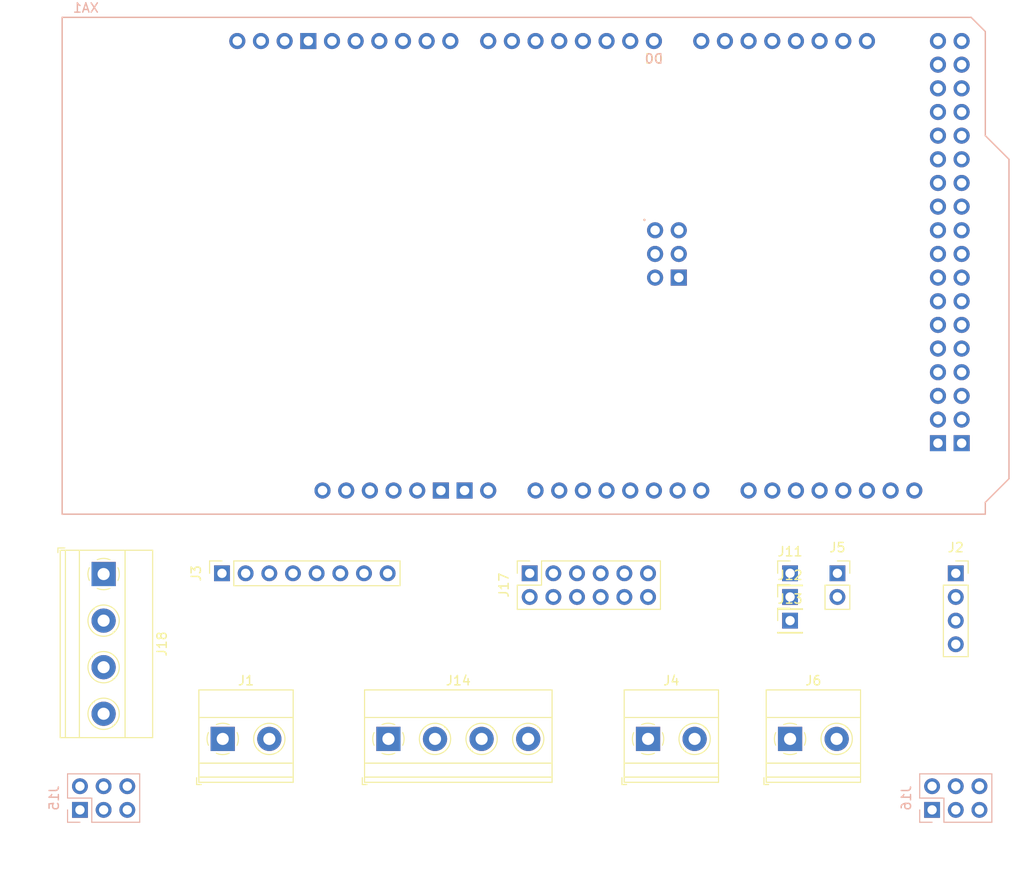
<source format=kicad_pcb>
(kicad_pcb (version 20221018) (generator pcbnew)
  (layers (0 "F.Cu" signal) (31 "B.Cu" signal) (34 "B.Paste" user) (35 "F.Paste" user) (36 "B.SilkS" user "B.Silkscreen") (37 "F.SilkS" user "F.Silkscreen") (38 "B.Mask" user) (39 "F.Mask" user) (44 "Edge.Cuts" user))
  (net 0 "")
  (net 1 "Net-(J4-Pin_1)")
  (net 2 "Net-(J4-Pin_2)")
  (net 3 "Net-(J6-Pin_1)")
  (net 4 "Net-(J6-Pin_2)")
  (net 6 "5V_Ard")
  (net 31 "ECHO_1")
  (net 32 "TRIG_1")
  (net 33 "Net-(J11-Pin_1)")
  (net 34 "ME2")
  (net 35 "ME1")
  (net 36 "MD2")
  (net 37 "MD1")
  (net 41 "LORA_TX")
  (net 42 "LORA_RX")
  (net 43 "A_SDA")
  (net 44 "A_SCL")
  (net 46 "ECHO_2")
  (net 47 "TRIG_2")
  (net 48 "ECHO_3")
  (net 49 "TRIG_3")
  (net 53 "Net-(J12-Pin_1)")
  (net 65 "Net-(J13-Pin_1)")
  (net 69 "Net-(J5-Pin_2)")
  (net 70 "Net-(J5-Pin_1)")
  (net 73 "Earth")
  (net 88 "5V_Sen")
  (net 94 "HC6_1")
  (net 95 "HC6_2")
  (net 96 "Net-(J18-Pin_1)")
  (net 97 "Net-(J18-Pin_2)")
  (net 98 "Net-(J18-Pin_3)")
  (net 99 "Net-(J18-Pin_4)")
  (footprint "TerminalBlock_Phoenix:TerminalBlock_Phoenix_MKDS-1,5-2_1x02_P5.00mm_Horizontal" (layer "F.Cu") (at 172.72 109.22)
    (fp_text reference "J4" (at 2.5 -6.26) (layer "F.SilkS"))
    (fp_text value "ENCO_SW_Esq")
    (fp_line (start -2.8 4.16) (end -2.8 4.9) (stroke (width 0.12)) (layer "F.SilkS"))
    (fp_line (start -2.8 4.9) (end -2.3 4.9) (stroke (width 0.12)) (layer "F.SilkS"))
    (fp_line (start -2.56 -5.261) (end -2.56 4.66) (stroke (width 0.12)) (layer "F.SilkS"))
    (fp_line (start -2.56 -5.261) (end 7.56 -5.261) (stroke (width 0.12)) (layer "F.SilkS"))
    (fp_line (start -2.56 -2.301) (end 7.56 -2.301) (stroke (width 0.12)) (layer "F.SilkS"))
    (fp_line (start -2.56 2.6) (end 7.56 2.6) (stroke (width 0.12)) (layer "F.SilkS"))
    (fp_line (start -2.56 4.1) (end 7.56 4.1) (stroke (width 0.12)) (layer "F.SilkS"))
    (fp_line (start -2.56 4.66) (end 7.56 4.66) (stroke (width 0.12)) (layer "F.SilkS"))
    (fp_line (start 3.773 1.023) (end 3.726 1.069) (stroke (width 0.12)) (layer "F.SilkS"))
    (fp_line (start 3.966 1.239) (end 3.931 1.274) (stroke (width 0.12)) (layer "F.SilkS"))
    (fp_line (start 6.07 -1.275) (end 6.035 -1.239) (stroke (width 0.12)) (layer "F.SilkS"))
    (fp_line (start 6.275 -1.069) (end 6.228 -1.023) (stroke (width 0.12)) (layer "F.SilkS"))
    (fp_line (start 7.56 -5.261) (end 7.56 4.66) (stroke (width 0.12)) (layer "F.SilkS"))
    (fp_arc (start -1.535427 0.683042) (mid -1.680501 -0.000524) (end -1.535 -0.684) (stroke (width 0.12)) (layer "F.SilkS"))
    (fp_arc (start -0.683042 -1.535427) (mid 0.000524 -1.680501) (end 0.684 -1.535) (stroke (width 0.12)) (layer "F.SilkS"))
    (fp_arc (start 0.028805 1.680253) (mid -0.335551 1.646659) (end -0.684 1.535) (stroke (width 0.12)) (layer "F.SilkS"))
    (fp_arc (start 0.683318 1.534756) (mid 0.349292 1.643288) (end 0 1.68) (stroke (width 0.12)) (layer "F.SilkS"))
    (fp_arc (start 1.535427 -0.683042) (mid 1.680501 0.000524) (end 1.535 0.684) (stroke (width 0.12)) (layer "F.SilkS"))
    (fp_circle (center 5 0) (end 6.68 0) (stroke (width 0.12)) (fill none) (layer "F.SilkS"))
    (pad "1" thru_hole rect (at 0 0) (size 2.6 2.6) (drill 1.3) (layers "*.Cu" "*.Mask") (net 1 "Net-(J4-Pin_1)"))
    (pad "2" thru_hole circle (at 5 0) (size 2.6 2.6) (drill 1.3) (layers "*.Cu" "*.Mask") (net 2 "Net-(J4-Pin_2)"))
  )
  (footprint "TerminalBlock_Phoenix:TerminalBlock_Phoenix_MKDS-1,5-4_1x04_P5.00mm_Horizontal" (layer "F.Cu") (at 144.86 109.22)
    (fp_text reference "J14" (at 7.5 -6.26) (layer "F.SilkS"))
    (fp_text value "Conector LORA")
    (fp_line (start -2.8 4.16) (end -2.8 4.9) (stroke (width 0.12)) (layer "F.SilkS"))
    (fp_line (start -2.8 4.9) (end -2.3 4.9) (stroke (width 0.12)) (layer "F.SilkS"))
    (fp_line (start -2.56 -5.261) (end -2.56 4.66) (stroke (width 0.12)) (layer "F.SilkS"))
    (fp_line (start -2.56 -5.261) (end 17.561 -5.261) (stroke (width 0.12)) (layer "F.SilkS"))
    (fp_line (start -2.56 -2.301) (end 17.561 -2.301) (stroke (width 0.12)) (layer "F.SilkS"))
    (fp_line (start -2.56 2.6) (end 17.561 2.6) (stroke (width 0.12)) (layer "F.SilkS"))
    (fp_line (start -2.56 4.1) (end 17.561 4.1) (stroke (width 0.12)) (layer "F.SilkS"))
    (fp_line (start -2.56 4.66) (end 17.561 4.66) (stroke (width 0.12)) (layer "F.SilkS"))
    (fp_line (start 3.773 1.023) (end 3.726 1.069) (stroke (width 0.12)) (layer "F.SilkS"))
    (fp_line (start 3.966 1.239) (end 3.931 1.274) (stroke (width 0.12)) (layer "F.SilkS"))
    (fp_line (start 6.07 -1.275) (end 6.035 -1.239) (stroke (width 0.12)) (layer "F.SilkS"))
    (fp_line (start 6.275 -1.069) (end 6.228 -1.023) (stroke (width 0.12)) (layer "F.SilkS"))
    (fp_line (start 8.773 1.023) (end 8.726 1.069) (stroke (width 0.12)) (layer "F.SilkS"))
    (fp_line (start 8.966 1.239) (end 8.931 1.274) (stroke (width 0.12)) (layer "F.SilkS"))
    (fp_line (start 11.07 -1.275) (end 11.035 -1.239) (stroke (width 0.12)) (layer "F.SilkS"))
    (fp_line (start 11.275 -1.069) (end 11.228 -1.023) (stroke (width 0.12)) (layer "F.SilkS"))
    (fp_line (start 13.773 1.023) (end 13.726 1.069) (stroke (width 0.12)) (layer "F.SilkS"))
    (fp_line (start 13.966 1.239) (end 13.931 1.274) (stroke (width 0.12)) (layer "F.SilkS"))
    (fp_line (start 16.07 -1.275) (end 16.035 -1.239) (stroke (width 0.12)) (layer "F.SilkS"))
    (fp_line (start 16.275 -1.069) (end 16.228 -1.023) (stroke (width 0.12)) (layer "F.SilkS"))
    (fp_line (start 17.561 -5.261) (end 17.561 4.66) (stroke (width 0.12)) (layer "F.SilkS"))
    (fp_arc (start -1.535427 0.683042) (mid -1.680501 -0.000524) (end -1.535 -0.684) (stroke (width 0.12)) (layer "F.SilkS"))
    (fp_arc (start -0.683042 -1.535427) (mid 0.000524 -1.680501) (end 0.684 -1.535) (stroke (width 0.12)) (layer "F.SilkS"))
    (fp_arc (start 0.028805 1.680253) (mid -0.335551 1.646659) (end -0.684 1.535) (stroke (width 0.12)) (layer "F.SilkS"))
    (fp_arc (start 0.683318 1.534756) (mid 0.349292 1.643288) (end 0 1.68) (stroke (width 0.12)) (layer "F.SilkS"))
    (fp_arc (start 1.535427 -0.683042) (mid 1.680501 0.000524) (end 1.535 0.684) (stroke (width 0.12)) (layer "F.SilkS"))
    (fp_circle (center 5 0) (end 6.68 0) (stroke (width 0.12)) (fill none) (layer "F.SilkS"))
    (fp_circle (center 10 0) (end 11.68 0) (stroke (width 0.12)) (fill none) (layer "F.SilkS"))
    (fp_circle (center 15 0) (end 16.68 0) (stroke (width 0.12)) (fill none) (layer "F.SilkS"))
    (pad "1" thru_hole rect (at 0 0) (size 2.6 2.6) (drill 1.3) (layers "*.Cu" "*.Mask") (net 88 "5V_Sen"))
    (pad "2" thru_hole circle (at 5 0) (size 2.6 2.6) (drill 1.3) (layers "*.Cu" "*.Mask") (net 41 "LORA_TX"))
    (pad "3" thru_hole circle (at 10 0) (size 2.6 2.6) (drill 1.3) (layers "*.Cu" "*.Mask") (net 42 "LORA_RX"))
    (pad "4" thru_hole circle (at 15 0) (size 2.6 2.6) (drill 1.3) (layers "*.Cu" "*.Mask") (net 73 "Earth"))
  )
  (footprint "TerminalBlock_Phoenix:TerminalBlock_Phoenix_MKDS-1,5-4_1x04_P5.00mm_Horizontal" (layer "F.Cu") (at 114.3 91.52 -90)
    (fp_text reference "J18" (at 7.5 -6.26 90) (layer "F.SilkS"))
    (fp_text value "LEDs")
    (fp_line (start -2.8 4.16) (end -2.8 4.9) (stroke (width 0.12)) (layer "F.SilkS"))
    (fp_line (start -2.8 4.9) (end -2.3 4.9) (stroke (width 0.12)) (layer "F.SilkS"))
    (fp_line (start -2.56 -5.261) (end -2.56 4.66) (stroke (width 0.12)) (layer "F.SilkS"))
    (fp_line (start -2.56 -5.261) (end 17.561 -5.261) (stroke (width 0.12)) (layer "F.SilkS"))
    (fp_line (start -2.56 -2.301) (end 17.561 -2.301) (stroke (width 0.12)) (layer "F.SilkS"))
    (fp_line (start -2.56 2.6) (end 17.561 2.6) (stroke (width 0.12)) (layer "F.SilkS"))
    (fp_line (start -2.56 4.1) (end 17.561 4.1) (stroke (width 0.12)) (layer "F.SilkS"))
    (fp_line (start -2.56 4.66) (end 17.561 4.66) (stroke (width 0.12)) (layer "F.SilkS"))
    (fp_line (start 3.773 1.023) (end 3.726 1.069) (stroke (width 0.12)) (layer "F.SilkS"))
    (fp_line (start 3.966 1.239) (end 3.931 1.274) (stroke (width 0.12)) (layer "F.SilkS"))
    (fp_line (start 6.07 -1.275) (end 6.035 -1.239) (stroke (width 0.12)) (layer "F.SilkS"))
    (fp_line (start 6.275 -1.069) (end 6.228 -1.023) (stroke (width 0.12)) (layer "F.SilkS"))
    (fp_line (start 8.773 1.023) (end 8.726 1.069) (stroke (width 0.12)) (layer "F.SilkS"))
    (fp_line (start 8.966 1.239) (end 8.931 1.274) (stroke (width 0.12)) (layer "F.SilkS"))
    (fp_line (start 11.07 -1.275) (end 11.035 -1.239) (stroke (width 0.12)) (layer "F.SilkS"))
    (fp_line (start 11.275 -1.069) (end 11.228 -1.023) (stroke (width 0.12)) (layer "F.SilkS"))
    (fp_line (start 13.773 1.023) (end 13.726 1.069) (stroke (width 0.12)) (layer "F.SilkS"))
    (fp_line (start 13.966 1.239) (end 13.931 1.274) (stroke (width 0.12)) (layer "F.SilkS"))
    (fp_line (start 16.07 -1.275) (end 16.035 -1.239) (stroke (width 0.12)) (layer "F.SilkS"))
    (fp_line (start 16.275 -1.069) (end 16.228 -1.023) (stroke (width 0.12)) (layer "F.SilkS"))
    (fp_line (start 17.561 -5.261) (end 17.561 4.66) (stroke (width 0.12)) (layer "F.SilkS"))
    (fp_arc (start -1.535427 0.683042) (mid -1.680501 -0.000524) (end -1.535 -0.684) (stroke (width 0.12)) (layer "F.SilkS"))
    (fp_arc (start -0.683042 -1.535427) (mid 0.000524 -1.680501) (end 0.684 -1.535) (stroke (width 0.12)) (layer "F.SilkS"))
    (fp_arc (start 0.028805 1.680253) (mid -0.335551 1.646659) (end -0.684 1.535) (stroke (width 0.12)) (layer "F.SilkS"))
    (fp_arc (start 0.683318 1.534756) (mid 0.349292 1.643288) (end 0 1.68) (stroke (width 0.12)) (layer "F.SilkS"))
    (fp_arc (start 1.535427 -0.683042) (mid 1.680501 0.000524) (end 1.535 0.684) (stroke (width 0.12)) (layer "F.SilkS"))
    (fp_circle (center 5 0) (end 6.68 0) (stroke (width 0.12)) (fill none) (layer "F.SilkS"))
    (fp_circle (center 10 0) (end 11.68 0) (stroke (width 0.12)) (fill none) (layer "F.SilkS"))
    (fp_circle (center 15 0) (end 16.68 0) (stroke (width 0.12)) (fill none) (layer "F.SilkS"))
    (pad "1" thru_hole rect (at 0 0 270) (size 2.6 2.6) (drill 1.3) (layers "*.Cu" "*.Mask") (net 96 "Net-(J18-Pin_1)"))
    (pad "2" thru_hole circle (at 5 0 270) (size 2.6 2.6) (drill 1.3) (layers "*.Cu" "*.Mask") (net 97 "Net-(J18-Pin_2)"))
    (pad "3" thru_hole circle (at 10 0 270) (size 2.6 2.6) (drill 1.3) (layers "*.Cu" "*.Mask") (net 98 "Net-(J18-Pin_3)"))
    (pad "4" thru_hole circle (at 15 0 270) (size 2.6 2.6) (drill 1.3) (layers "*.Cu" "*.Mask") (net 99 "Net-(J18-Pin_4)"))
  )
  (footprint "Connector_PinHeader_2.54mm:PinHeader_1x01_P2.54mm_Vertical" (layer "F.Cu") (at 187.96 93.98)
    (fp_text reference "J12" (at 0 -2.33) (layer "F.SilkS"))
    (fp_text value "IR1")
    (fp_line (start -1.33 -1.33) (end 0 -1.33) (stroke (width 0.12)) (layer "F.SilkS"))
    (fp_line (start -1.33 0) (end -1.33 -1.33) (stroke (width 0.12)) (layer "F.SilkS"))
    (fp_line (start -1.33 1.27) (end -1.33 1.33) (stroke (width 0.12)) (layer "F.SilkS"))
    (fp_line (start -1.33 1.27) (end 1.33 1.27) (stroke (width 0.12)) (layer "F.SilkS"))
    (fp_line (start -1.33 1.33) (end 1.33 1.33) (stroke (width 0.12)) (layer "F.SilkS"))
    (fp_line (start 1.33 1.27) (end 1.33 1.33) (stroke (width 0.12)) (layer "F.SilkS"))
    (pad "1" thru_hole rect (at 0 0) (size 1.7 1.7) (drill 1) (layers "*.Cu" "*.Mask") (net 53 "Net-(J12-Pin_1)"))
  )
  (footprint "PCM_arduino-library:Arduino_Mega2560_R3_Shield" (layer "F.Cu") (at 109.85 85.09)
    (fp_text reference "XA1" (at 2.54 -54.356) (layer "B.SilkS") (effects (justify mirror)))
    (fp_text value "Arduino_Mega2560_Shield_Mod")
    (fp_text user "D0" (at 63.5 -48.895 unlocked) (layer "B.SilkS") (effects (justify mirror)))
    (fp_text user "." (at 62.484 -32.004) (layer "B.SilkS"))
    (fp_text user "D0" (at 63.5 -48.895 unlocked) (layer "F.SilkS"))
    (fp_text user "." (at 62.484 -32.004) (layer "F.SilkS"))
    (fp_line (start 0 -53.34) (end 0 0) (stroke (width 0.15)) (layer "B.SilkS"))
    (fp_line (start 0 -53.34) (end 97.536 -53.34) (stroke (width 0.15)) (layer "B.SilkS"))
    (fp_line (start 0 0) (end 99.06 0) (stroke (width 0.15)) (layer "B.SilkS"))
    (fp_line (start 97.536 -53.34) (end 99.06 -51.816) (stroke (width 0.15)) (layer "B.SilkS"))
    (fp_line (start 99.06 -40.64) (end 99.06 -51.816) (stroke (width 0.15)) (layer "B.SilkS"))
    (fp_line (start 99.06 -1.27) (end 101.6 -3.81) (stroke (width 0.15)) (layer "B.SilkS"))
    (fp_line (start 99.06 0) (end 99.06 -1.27) (stroke (width 0.15)) (layer "B.SilkS"))
    (fp_line (start 101.6 -38.1) (end 99.06 -40.64) (stroke (width 0.15)) (layer "B.SilkS"))
    (fp_line (start 101.6 -3.81) (end 101.6 -38.1) (stroke (width 0.15)) (layer "B.SilkS"))
    (pad "" np_thru_hole circle (at 13.97 -2.54) (size 3.2 3.2) (drill 3.2) (layers "*.Cu" "*.Mask"))
    (pad "" np_thru_hole circle (at 15.24 -50.8) (size 3.2 3.2) (drill 3.2) (layers "*.Cu" "*.Mask"))
    (pad "" thru_hole oval (at 27.94 -2.54) (size 1.7272 1.7272) (drill 1.016) (layers "*.Cu" "*.Mask"))
    (pad "" np_thru_hole circle (at 66.04 -35.56) (size 3.2 3.2) (drill 3.2) (layers "*.Cu" "*.Mask"))
    (pad "" np_thru_hole circle (at 66.04 -7.62) (size 3.2 3.2) (drill 3.2) (layers "*.Cu" "*.Mask"))
    (pad "" np_thru_hole circle (at 90.17 -50.8) (size 3.2 3.2) (drill 3.2) (layers "*.Cu" "*.Mask"))
    (pad "" np_thru_hole circle (at 96.52 -2.54) (size 3.2 3.2) (drill 3.2) (layers "*.Cu" "*.Mask"))
    (pad "3V3" thru_hole oval (at 35.56 -2.54) (size 1.7272 1.7272) (drill 1.016) (layers "*.Cu" "*.Mask"))
    (pad "5V1" thru_hole oval (at 38.1 -2.54) (size 1.7272 1.7272) (drill 1.016) (layers "*.Cu" "*.Mask") (net 6 "5V_Ard"))
    (pad "5V2" thru_hole oval (at 66.167 -30.48) (size 1.7272 1.7272) (drill 1.016) (layers "*.Cu" "*.Mask"))
    (pad "5V3" thru_hole oval (at 93.98 -50.8) (size 1.7272 1.7272) (drill 1.016) (layers "*.Cu" "*.Mask"))
    (pad "5V4" thru_hole oval (at 96.52 -50.8) (size 1.7272 1.7272) (drill 1.016) (layers "*.Cu" "*.Mask"))
    (pad "A0" thru_hole oval (at 50.8 -2.54) (size 1.7272 1.7272) (drill 1.016) (layers "*.Cu" "*.Mask"))
    (pad "A1" thru_hole oval (at 53.34 -2.54) (size 1.7272 1.7272) (drill 1.016) (layers "*.Cu" "*.Mask"))
    (pad "A2" thru_hole oval (at 55.88 -2.54) (size 1.7272 1.7272) (drill 1.016) (layers "*.Cu" "*.Mask"))
    (pad "A3" thru_hole oval (at 58.42 -2.54) (size 1.7272 1.7272) (drill 1.016) (layers "*.Cu" "*.Mask"))
    (pad "A4" thru_hole oval (at 60.96 -2.54) (size 1.7272 1.7272) (drill 1.016) (layers "*.Cu" "*.Mask"))
    (pad "A5" thru_hole oval (at 63.5 -2.54) (size 1.7272 1.7272) (drill 1.016) (layers "*.Cu" "*.Mask"))
    (pad "A6" thru_hole oval (at 66.04 -2.54) (size 1.7272 1.7272) (drill 1.016) (layers "*.Cu" "*.Mask"))
    (pad "A7" thru_hole oval (at 68.58 -2.54) (size 1.7272 1.7272) (drill 1.016) (layers "*.Cu" "*.Mask"))
    (pad "A8" thru_hole oval (at 73.66 -2.54) (size 1.7272 1.7272) (drill 1.016) (layers "*.Cu" "*.Mask"))
    (pad "A9" thru_hole oval (at 76.2 -2.54) (size 1.7272 1.7272) (drill 1.016) (layers "*.Cu" "*.Mask"))
    (pad "A10" thru_hole oval (at 78.74 -2.54) (size 1.7272 1.7272) (drill 1.016) (layers "*.Cu" "*.Mask"))
    (pad "A11" thru_hole oval (at 81.28 -2.54) (size 1.7272 1.7272) (drill 1.016) (layers "*.Cu" "*.Mask"))
    (pad "A12" thru_hole oval (at 83.82 -2.54) (size 1.7272 1.7272) (drill 1.016) (layers "*.Cu" "*.Mask"))
    (pad "A13" thru_hole oval (at 86.36 -2.54) (size 1.7272 1.7272) (drill 1.016) (layers "*.Cu" "*.Mask"))
    (pad "A14" thru_hole oval (at 88.9 -2.54) (size 1.7272 1.7272) (drill 1.016) (layers "*.Cu" "*.Mask"))
    (pad "A15" thru_hole oval (at 91.44 -2.54) (size 1.7272 1.7272) (drill 1.016) (layers "*.Cu" "*.Mask"))
    (pad "AREF" thru_hole oval (at 23.876 -50.8) (size 1.7272 1.7272) (drill 1.016) (layers "*.Cu" "*.Mask"))
    (pad "D0" thru_hole oval (at 63.5 -50.8) (size 1.7272 1.7272) (drill 1.016) (layers "*.Cu" "*.Mask"))
    (pad "D1" thru_hole oval (at 60.96 -50.8) (size 1.7272 1.7272) (drill 1.016) (layers "*.Cu" "*.Mask"))
    (pad "D2" thru_hole oval (at 58.42 -50.8) (size 1.7272 1.7272) (drill 1.016) (layers "*.Cu" "*.Mask") (net 2 "Net-(J4-Pin_2)"))
    (pad "D3" thru_hole oval (at 55.88 -50.8) (size 1.7272 1.7272) (drill 1.016) (layers "*.Cu" "*.Mask") (net 1 "Net-(J4-Pin_1)"))
    (pad "D4" thru_hole oval (at 53.34 -50.8) (size 1.7272 1.7272) (drill 1.016) (layers "*.Cu" "*.Mask"))
    (pad "D5" thru_hole oval (at 50.8 -50.8) (size 1.7272 1.7272) (drill 1.016) (layers "*.Cu" "*.Mask"))
    (pad "D6" thru_hole oval (at 48.26 -50.8) (size 1.7272 1.7272) (drill 1.016) (layers "*.Cu" "*.Mask") (net 31 "ECHO_1"))
    (pad "D7" thru_hole oval (at 45.72 -50.8) (size 1.7272 1.7272) (drill 1.016) (layers "*.Cu" "*.Mask") (net 32 "TRIG_1"))
    (pad "D8" thru_hole oval (at 41.656 -50.8) (size 1.7272 1.7272) (drill 1.016) (layers "*.Cu" "*.Mask") (net 33 "Net-(J11-Pin_1)"))
    (pad "D9" thru_hole oval (at 39.116 -50.8) (size 1.7272 1.7272) (drill 1.016) (layers "*.Cu" "*.Mask") (net 34 "ME2"))
    (pad "D10" thru_hole oval (at 36.576 -50.8) (size 1.7272 1.7272) (drill 1.016) (layers "*.Cu" "*.Mask") (net 35 "ME1"))
    (pad "D11" thru_hole oval (at 34.036 -50.8) (size 1.7272 1.7272) (drill 1.016) (layers "*.Cu" "*.Mask") (net 36 "MD2"))
    (pad "D12" thru_hole oval (at 31.496 -50.8) (size 1.7272 1.7272) (drill 1.016) (layers "*.Cu" "*.Mask") (net 37 "MD1"))
    (pad "D13" thru_hole oval (at 28.956 -50.8) (size 1.7272 1.7272) (drill 1.016) (layers "*.Cu" "*.Mask"))
    (pad "D14" thru_hole oval (at 68.58 -50.8) (size 1.7272 1.7272) (drill 1.016) (layers "*.Cu" "*.Mask"))
    (pad "D15" thru_hole oval (at 71.12 -50.8) (size 1.7272 1.7272) (drill 1.016) (layers "*.Cu" "*.Mask"))
    (pad "D16" thru_hole oval (at 73.66 -50.8) (size 1.7272 1.7272) (drill 1.016) (layers "*.Cu" "*.Mask") (net 41 "LORA_TX"))
    (pad "D17" thru_hole oval (at 76.2 -50.8) (size 1.7272 1.7272) (drill 1.016) (layers "*.Cu" "*.Mask") (net 42 "LORA_RX"))
    (pad "D18" thru_hole oval (at 78.74 -50.8) (size 1.7272 1.7272) (drill 1.016) (layers "*.Cu" "*.Mask") (net 4 "Net-(J6-Pin_2)"))
    (pad "D19" thru_hole oval (at 81.28 -50.8) (size 1.7272 1.7272) (drill 1.016) (layers "*.Cu" "*.Mask") (net 3 "Net-(J6-Pin_1)"))
    (pad "D20" thru_hole oval (at 83.82 -50.8) (size 1.7272 1.7272) (drill 1.016) (layers "*.Cu" "*.Mask") (net 43 "A_SDA"))
    (pad "D21" thru_hole oval (at 86.36 -50.8) (size 1.7272 1.7272) (drill 1.016) (layers "*.Cu" "*.Mask") (net 44 "A_SCL"))
    (pad "D22" thru_hole oval (at 93.98 -48.26) (size 1.7272 1.7272) (drill 1.016) (layers "*.Cu" "*.Mask"))
    (pad "D23" thru_hole oval (at 96.52 -48.26) (size 1.7272 1.7272) (drill 1.016) (layers "*.Cu" "*.Mask") (net 46 "ECHO_2"))
    (pad "D24" thru_hole oval (at 93.98 -45.72) (size 1.7272 1.7272) (drill 1.016) (layers "*.Cu" "*.Mask") (net 47 "TRIG_2"))
    (pad "D25" thru_hole oval (at 96.52 -45.72) (size 1.7272 1.7272) (drill 1.016) (layers "*.Cu" "*.Mask") (net 48 "ECHO_3"))
    (pad "D26" thru_hole oval (at 93.98 -43.18) (size 1.7272 1.7272) (drill 1.016) (layers "*.Cu" "*.Mask") (net 49 "TRIG_3"))
    (pad "D27" thru_hole oval (at 96.52 -43.18) (size 1.7272 1.7272) (drill 1.016) (layers "*.Cu" "*.Mask"))
    (pad "D28" thru_hole oval (at 93.98 -40.64) (size 1.7272 1.7272) (drill 1.016) (layers "*.Cu" "*.Mask"))
    (pad "D29" thru_hole oval (at 96.52 -40.64) (size 1.7272 1.7272) (drill 1.016) (layers "*.Cu" "*.Mask"))
    (pad "D30" thru_hole oval (at 93.98 -38.1) (size 1.7272 1.7272) (drill 1.016) (layers "*.Cu" "*.Mask") (net 53 "Net-(J12-Pin_1)"))
    (pad "D31" thru_hole oval (at 96.52 -38.1) (size 1.7272 1.7272) (drill 1.016) (layers "*.Cu" "*.Mask"))
    (pad "D32" thru_hole oval (at 93.98 -35.56) (size 1.7272 1.7272) (drill 1.016) (layers "*.Cu" "*.Mask") (net 99 "Net-(J18-Pin_4)"))
    (pad "D33" thru_hole oval (at 96.52 -35.56) (size 1.7272 1.7272) (drill 1.016) (layers "*.Cu" "*.Mask") (net 98 "Net-(J18-Pin_3)"))
    (pad "D34" thru_hole oval (at 93.98 -33.02) (size 1.7272 1.7272) (drill 1.016) (layers "*.Cu" "*.Mask") (net 97 "Net-(J18-Pin_2)"))
    (pad "D35" thru_hole oval (at 96.52 -33.02) (size 1.7272 1.7272) (drill 1.016) (layers "*.Cu" "*.Mask") (net 96 "Net-(J18-Pin_1)"))
    (pad "D36" thru_hole oval (at 93.98 -30.48) (size 1.7272 1.7272) (drill 1.016) (layers "*.Cu" "*.Mask"))
    (pad "D37" thru_hole oval (at 96.52 -30.48) (size 1.7272 1.7272) (drill 1.016) (layers "*.Cu" "*.Mask"))
    (pad "D38" thru_hole oval (at 93.98 -27.94) (size 1.7272 1.7272) (drill 1.016) (layers "*.Cu" "*.Mask"))
    (pad "D39" thru_hole oval (at 96.52 -27.94) (size 1.7272 1.7272) (drill 1.016) (layers "*.Cu" "*.Mask"))
    (pad "D40" thru_hole oval (at 93.98 -25.4) (size 1.7272 1.7272) (drill 1.016) (layers "*.Cu" "*.Mask"))
    (pad "D41" thru_hole oval (at 96.52 -25.4) (size 1.7272 1.7272) (drill 1.016) (layers "*.Cu" "*.Mask"))
    (pad "D42" thru_hole oval (at 93.98 -22.86) (size 1.7272 1.7272) (drill 1.016) (layers "*.Cu" "*.Mask"))
    (pad "D43" thru_hole oval (at 96.52 -22.86) (size 1.7272 1.7272) (drill 1.016) (layers "*.Cu" "*.Mask"))
    (pad "D44" thru_hole oval (at 93.98 -20.32) (size 1.7272 1.7272) (drill 1.016) (layers "*.Cu" "*.Mask"))
    (pad "D45" thru_hole oval (at 96.52 -20.32) (size 1.7272 1.7272) (drill 1.016) (layers "*.Cu" "*.Mask"))
    (pad "D46" thru_hole oval (at 93.98 -17.78) (size 1.7272 1.7272) (drill 1.016) (layers "*.Cu" "*.Mask") (net 65 "Net-(J13-Pin_1)"))
    (pad "D47" thru_hole oval (at 96.52 -17.78) (size 1.7272 1.7272) (drill 1.016) (layers "*.Cu" "*.Mask"))
    (pad "D48" thru_hole oval (at 93.98 -15.24) (size 1.7272 1.7272) (drill 1.016) (layers "*.Cu" "*.Mask"))
    (pad "D49" thru_hole oval (at 96.52 -15.24) (size 1.7272 1.7272) (drill 1.016) (layers "*.Cu" "*.Mask"))
    (pad "D50" thru_hole oval (at 93.98 -12.7) (size 1.7272 1.7272) (drill 1.016) (layers "*.Cu" "*.Mask") (net 69 "Net-(J5-Pin_2)"))
    (pad "D51" thru_hole oval (at 96.52 -12.7) (size 1.7272 1.7272) (drill 1.016) (layers "*.Cu" "*.Mask") (net 70 "Net-(J5-Pin_1)"))
    (pad "D52" thru_hole oval (at 93.98 -10.16) (size 1.7272 1.7272) (drill 1.016) (layers "*.Cu" "*.Mask"))
    (pad "D53" thru_hole oval (at 96.52 -10.16) (size 1.7272 1.7272) (drill 1.016) (layers "*.Cu" "*.Mask"))
    (pad "GND1" thru_hole rect (at 26.416 -50.8) (size 1.7272 1.7272) (drill 1.016) (layers "*.Cu" "*.Mask") (net 73 "Earth"))
    (pad "GND2" thru_hole rect (at 40.64 -2.54) (size 1.7272 1.7272) (drill 1.016) (layers "*.Cu" "*.Mask"))
    (pad "GND3" thru_hole rect (at 43.18 -2.54) (size 1.7272 1.7272) (drill 1.016) (layers "*.Cu" "*.Mask"))
    (pad "GND4" thru_hole rect (at 66.167 -25.4) (size 1.7272 1.7272) (drill 1.016) (layers "*.Cu" "*.Mask"))
    (pad "GND5" thru_hole rect (at 93.98 -7.62) (size 1.7272 1.7272) (drill 1.016) (layers "*.Cu" "*.Mask"))
    (pad "GND6" thru_hole rect (at 96.52 -7.62) (size 1.7272 1.7272) (drill 1.016) (layers "*.Cu" "*.Mask"))
    (pad "IORF" thru_hole oval (at 30.48 -2.54) (size 1.7272 1.7272) (drill 1.016) (layers "*.Cu" "*.Mask"))
    (pad "MISO" thru_hole oval (at 63.627 -30.48) (size 1.7272 1.7272) (drill 1.016) (layers "*.Cu" "*.Mask"))
    (pad "MOSI" thru_hole oval (at 66.167 -27.94) (size 1.7272 1.7272) (drill 1.016) (layers "*.Cu" "*.Mask"))
    (pad "RST1" thru_hole oval (at 33.02 -2.54) (size 1.7272 1.7272) (drill 1.016) (layers "*.Cu" "*.Mask"))
    (pad "RST2" thru_hole oval (at 63.627 -25.4) (size 1.7272 1.7272) (drill 1.016) (layers "*.Cu" "*.Mask"))
    (pad "SCK" thru_hole oval (at 63.627 -27.94) (size 1.7272 1.7272) (drill 1.016) (layers "*.Cu" "*.Mask"))
    (pad "SCL" thru_hole oval (at 18.796 -50.8) (size 1.7272 1.7272) (drill 1.016) (layers "*.Cu" "*.Mask"))
    (pad "SDA" thru_hole oval (at 21.336 -50.8) (size 1.7272 1.7272) (drill 1.016) (layers "*.Cu" "*.Mask"))
    (pad "VIN" thru_hole oval (at 45.72 -2.54) (size 1.7272 1.7272) (drill 1.016) (layers "*.Cu" "*.Mask"))
  )
  (footprint "Connector_PinSocket_2.54mm:PinSocket_2x06_P2.54mm_Vertical" (layer "F.Cu") (at 160.02 91.44 90)
    (fp_text reference "J17" (at -1.27 -2.77 90) (layer "F.SilkS"))
    (fp_text value "Conector ultrassonico")
    (fp_line (start -3.87 -1.33) (end -3.87 14.03) (stroke (width 0.12)) (layer "F.SilkS"))
    (fp_line (start -3.87 -1.33) (end -1.27 -1.33) (stroke (width 0.12)) (layer "F.SilkS"))
    (fp_line (start -3.87 14.03) (end 1.33 14.03) (stroke (width 0.12)) (layer "F.SilkS"))
    (fp_line (start -1.27 -1.33) (end -1.27 1.27) (stroke (width 0.12)) (layer "F.SilkS"))
    (fp_line (start -1.27 1.27) (end 1.33 1.27) (stroke (width 0.12)) (layer "F.SilkS"))
    (fp_line (start 0 -1.33) (end 1.33 -1.33) (stroke (width 0.12)) (layer "F.SilkS"))
    (fp_line (start 1.33 -1.33) (end 1.33 0) (stroke (width 0.12)) (layer "F.SilkS"))
    (fp_line (start 1.33 1.27) (end 1.33 14.03) (stroke (width 0.12)) (layer "F.SilkS"))
    (pad "1" thru_hole rect (at 0 0 90) (size 1.7 1.7) (drill 1) (layers "*.Cu" "*.Mask") (net 88 "5V_Sen"))
    (pad "2" thru_hole oval (at -2.54 0 90) (size 1.7 1.7) (drill 1) (layers "*.Cu" "*.Mask") (net 31 "ECHO_1"))
    (pad "3" thru_hole oval (at 0 2.54 90) (size 1.7 1.7) (drill 1) (layers "*.Cu" "*.Mask") (net 32 "TRIG_1"))
    (pad "4" thru_hole oval (at -2.54 2.54 90) (size 1.7 1.7) (drill 1) (layers "*.Cu" "*.Mask") (net 73 "Earth"))
    (pad "5" thru_hole oval (at 0 5.08 90) (size 1.7 1.7) (drill 1) (layers "*.Cu" "*.Mask") (net 88 "5V_Sen"))
    (pad "6" thru_hole oval (at -2.54 5.08 90) (size 1.7 1.7) (drill 1) (layers "*.Cu" "*.Mask") (net 46 "ECHO_2"))
    (pad "7" thru_hole oval (at 0 7.62 90) (size 1.7 1.7) (drill 1) (layers "*.Cu" "*.Mask") (net 47 "TRIG_2"))
    (pad "8" thru_hole oval (at -2.54 7.62 90) (size 1.7 1.7) (drill 1) (layers "*.Cu" "*.Mask") (net 73 "Earth"))
    (pad "9" thru_hole oval (at 0 10.16 90) (size 1.7 1.7) (drill 1) (layers "*.Cu" "*.Mask") (net 88 "5V_Sen"))
    (pad "10" thru_hole oval (at -2.54 10.16 90) (size 1.7 1.7) (drill 1) (layers "*.Cu" "*.Mask") (net 48 "ECHO_3"))
    (pad "11" thru_hole oval (at 0 12.7 90) (size 1.7 1.7) (drill 1) (layers "*.Cu" "*.Mask") (net 49 "TRIG_3"))
    (pad "12" thru_hole oval (at -2.54 12.7 90) (size 1.7 1.7) (drill 1) (layers "*.Cu" "*.Mask") (net 73 "Earth"))
  )
  (footprint "Connector_PinSocket_2.54mm:PinSocket_1x08_P2.54mm_Vertical" (layer "F.Cu") (at 127 91.44 90)
    (fp_text reference "J3" (at 0 -2.77 90) (layer "F.SilkS"))
    (fp_text value "Conector Acelerometro")
    (fp_line (start -1.33 1.27) (end -1.33 19.11) (stroke (width 0.12)) (layer "F.SilkS"))
    (fp_line (start -1.33 1.27) (end 1.33 1.27) (stroke (width 0.12)) (layer "F.SilkS"))
    (fp_line (start -1.33 19.11) (end 1.33 19.11) (stroke (width 0.12)) (layer "F.SilkS"))
    (fp_line (start 0 -1.33) (end 1.33 -1.33) (stroke (width 0.12)) (layer "F.SilkS"))
    (fp_line (start 1.33 -1.33) (end 1.33 0) (stroke (width 0.12)) (layer "F.SilkS"))
    (fp_line (start 1.33 1.27) (end 1.33 19.11) (stroke (width 0.12)) (layer "F.SilkS"))
    (pad "1" thru_hole rect (at 0 0 90) (size 1.7 1.7) (drill 1) (layers "*.Cu" "*.Mask") (net 44 "A_SCL"))
    (pad "2" thru_hole oval (at 0 2.54 90) (size 1.7 1.7) (drill 1) (layers "*.Cu" "*.Mask") (net 43 "A_SDA"))
    (pad "3" thru_hole oval (at 0 5.08 90) (size 1.7 1.7) (drill 1) (layers "*.Cu" "*.Mask") (net 88 "5V_Sen"))
    (pad "4" thru_hole oval (at 0 7.62 90) (size 1.7 1.7) (drill 1) (layers "*.Cu" "*.Mask") (net 73 "Earth"))
    (pad "5" thru_hole oval (at 0 10.16 90) (size 1.7 1.7) (drill 1) (layers "*.Cu" "*.Mask"))
    (pad "6" thru_hole oval (at 0 12.7 90) (size 1.7 1.7) (drill 1) (layers "*.Cu" "*.Mask"))
    (pad "7" thru_hole oval (at 0 15.24 90) (size 1.7 1.7) (drill 1) (layers "*.Cu" "*.Mask"))
    (pad "8" thru_hole oval (at 0 17.78 90) (size 1.7 1.7) (drill 1) (layers "*.Cu" "*.Mask"))
  )
  (footprint "Connector_PinHeader_2.54mm:PinHeader_1x01_P2.54mm_Vertical" (layer "F.Cu") (at 187.96 91.44)
    (fp_text reference "J11" (at 0 -2.33) (layer "F.SilkS"))
    (fp_text value "Servo")
    (fp_line (start -1.33 -1.33) (end 0 -1.33) (stroke (width 0.12)) (layer "F.SilkS"))
    (fp_line (start -1.33 0) (end -1.33 -1.33) (stroke (width 0.12)) (layer "F.SilkS"))
    (fp_line (start -1.33 1.27) (end -1.33 1.33) (stroke (width 0.12)) (layer "F.SilkS"))
    (fp_line (start -1.33 1.27) (end 1.33 1.27) (stroke (width 0.12)) (layer "F.SilkS"))
    (fp_line (start -1.33 1.33) (end 1.33 1.33) (stroke (width 0.12)) (layer "F.SilkS"))
    (fp_line (start 1.33 1.27) (end 1.33 1.33) (stroke (width 0.12)) (layer "F.SilkS"))
    (pad "1" thru_hole rect (at 0 0) (size 1.7 1.7) (drill 1) (layers "*.Cu" "*.Mask") (net 33 "Net-(J11-Pin_1)"))
  )
  (footprint "Connector_PinHeader_2.54mm:PinHeader_1x01_P2.54mm_Vertical" (layer "F.Cu") (at 187.96 96.52)
    (fp_text reference "J13" (at 0 -2.33) (layer "F.SilkS"))
    (fp_text value "IR2")
    (fp_line (start -1.33 -1.33) (end 0 -1.33) (stroke (width 0.12)) (layer "F.SilkS"))
    (fp_line (start -1.33 0) (end -1.33 -1.33) (stroke (width 0.12)) (layer "F.SilkS"))
    (fp_line (start -1.33 1.27) (end -1.33 1.33) (stroke (width 0.12)) (layer "F.SilkS"))
    (fp_line (start -1.33 1.27) (end 1.33 1.27) (stroke (width 0.12)) (layer "F.SilkS"))
    (fp_line (start -1.33 1.33) (end 1.33 1.33) (stroke (width 0.12)) (layer "F.SilkS"))
    (fp_line (start 1.33 1.27) (end 1.33 1.33) (stroke (width 0.12)) (layer "F.SilkS"))
    (pad "1" thru_hole rect (at 0 0) (size 1.7 1.7) (drill 1) (layers "*.Cu" "*.Mask") (net 65 "Net-(J13-Pin_1)"))
  )
  (footprint "TerminalBlock_Phoenix:TerminalBlock_Phoenix_MKDS-1,5-2_1x02_P5.00mm_Horizontal" (layer "F.Cu") (at 127.08 109.22)
    (fp_text reference "J1" (at 2.5 -6.26) (layer "F.SilkS"))
    (fp_text value "Conector alimentacao servo")
    (fp_line (start -2.8 4.16) (end -2.8 4.9) (stroke (width 0.12)) (layer "F.SilkS"))
    (fp_line (start -2.8 4.9) (end -2.3 4.9) (stroke (width 0.12)) (layer "F.SilkS"))
    (fp_line (start -2.56 -5.261) (end -2.56 4.66) (stroke (width 0.12)) (layer "F.SilkS"))
    (fp_line (start -2.56 -5.261) (end 7.56 -5.261) (stroke (width 0.12)) (layer "F.SilkS"))
    (fp_line (start -2.56 -2.301) (end 7.56 -2.301) (stroke (width 0.12)) (layer "F.SilkS"))
    (fp_line (start -2.56 2.6) (end 7.56 2.6) (stroke (width 0.12)) (layer "F.SilkS"))
    (fp_line (start -2.56 4.1) (end 7.56 4.1) (stroke (width 0.12)) (layer "F.SilkS"))
    (fp_line (start -2.56 4.66) (end 7.56 4.66) (stroke (width 0.12)) (layer "F.SilkS"))
    (fp_line (start 3.773 1.023) (end 3.726 1.069) (stroke (width 0.12)) (layer "F.SilkS"))
    (fp_line (start 3.966 1.239) (end 3.931 1.274) (stroke (width 0.12)) (layer "F.SilkS"))
    (fp_line (start 6.07 -1.275) (end 6.035 -1.239) (stroke (width 0.12)) (layer "F.SilkS"))
    (fp_line (start 6.275 -1.069) (end 6.228 -1.023) (stroke (width 0.12)) (layer "F.SilkS"))
    (fp_line (start 7.56 -5.261) (end 7.56 4.66) (stroke (width 0.12)) (layer "F.SilkS"))
    (fp_arc (start -1.535427 0.683042) (mid -1.680501 -0.000524) (end -1.535 -0.684) (stroke (width 0.12)) (layer "F.SilkS"))
    (fp_arc (start -0.683042 -1.535427) (mid 0.000524 -1.680501) (end 0.684 -1.535) (stroke (width 0.12)) (layer "F.SilkS"))
    (fp_arc (start 0.028805 1.680253) (mid -0.335551 1.646659) (end -0.684 1.535) (stroke (width 0.12)) (layer "F.SilkS"))
    (fp_arc (start 0.683318 1.534756) (mid 0.349292 1.643288) (end 0 1.68) (stroke (width 0.12)) (layer "F.SilkS"))
    (fp_arc (start 1.535427 -0.683042) (mid 1.680501 0.000524) (end 1.535 0.684) (stroke (width 0.12)) (layer "F.SilkS"))
    (fp_circle (center 5 0) (end 6.68 0) (stroke (width 0.12)) (fill none) (layer "F.SilkS"))
    (pad "1" thru_hole rect (at 0 0) (size 2.6 2.6) (drill 1.3) (layers "*.Cu" "*.Mask") (net 88 "5V_Sen"))
    (pad "2" thru_hole circle (at 5 0) (size 2.6 2.6) (drill 1.3) (layers "*.Cu" "*.Mask") (net 73 "Earth"))
  )
  (footprint "Connector_PinSocket_2.54mm:PinSocket_1x02_P2.54mm_Vertical" (layer "F.Cu") (at 193.04 91.44)
    (fp_text reference "J5" (at 0 -2.77) (layer "F.SilkS"))
    (fp_text value "HC6")
    (fp_line (start -1.33 1.27) (end -1.33 3.87) (stroke (width 0.12)) (layer "F.SilkS"))
    (fp_line (start -1.33 1.27) (end 1.33 1.27) (stroke (width 0.12)) (layer "F.SilkS"))
    (fp_line (start -1.33 3.87) (end 1.33 3.87) (stroke (width 0.12)) (layer "F.SilkS"))
    (fp_line (start 0 -1.33) (end 1.33 -1.33) (stroke (width 0.12)) (layer "F.SilkS"))
    (fp_line (start 1.33 -1.33) (end 1.33 0) (stroke (width 0.12)) (layer "F.SilkS"))
    (fp_line (start 1.33 1.27) (end 1.33 3.87) (stroke (width 0.12)) (layer "F.SilkS"))
    (pad "1" thru_hole rect (at 0 0) (size 1.7 1.7) (drill 1) (layers "*.Cu" "*.Mask") (net 70 "Net-(J5-Pin_1)"))
    (pad "2" thru_hole oval (at 0 2.54) (size 1.7 1.7) (drill 1) (layers "*.Cu" "*.Mask") (net 69 "Net-(J5-Pin_2)"))
  )
  (footprint "TerminalBlock_Phoenix:TerminalBlock_Phoenix_MKDS-1,5-2_1x02_P5.00mm_Horizontal" (layer "F.Cu") (at 187.96 109.22)
    (fp_text reference "J6" (at 2.5 -6.26) (layer "F.SilkS"))
    (fp_text value "ENCO_SW_Dir")
    (fp_line (start -2.8 4.16) (end -2.8 4.9) (stroke (width 0.12)) (layer "F.SilkS"))
    (fp_line (start -2.8 4.9) (end -2.3 4.9) (stroke (width 0.12)) (layer "F.SilkS"))
    (fp_line (start -2.56 -5.261) (end -2.56 4.66) (stroke (width 0.12)) (layer "F.SilkS"))
    (fp_line (start -2.56 -5.261) (end 7.56 -5.261) (stroke (width 0.12)) (layer "F.SilkS"))
    (fp_line (start -2.56 -2.301) (end 7.56 -2.301) (stroke (width 0.12)) (layer "F.SilkS"))
    (fp_line (start -2.56 2.6) (end 7.56 2.6) (stroke (width 0.12)) (layer "F.SilkS"))
    (fp_line (start -2.56 4.1) (end 7.56 4.1) (stroke (width 0.12)) (layer "F.SilkS"))
    (fp_line (start -2.56 4.66) (end 7.56 4.66) (stroke (width 0.12)) (layer "F.SilkS"))
    (fp_line (start 3.773 1.023) (end 3.726 1.069) (stroke (width 0.12)) (layer "F.SilkS"))
    (fp_line (start 3.966 1.239) (end 3.931 1.274) (stroke (width 0.12)) (layer "F.SilkS"))
    (fp_line (start 6.07 -1.275) (end 6.035 -1.239) (stroke (width 0.12)) (layer "F.SilkS"))
    (fp_line (start 6.275 -1.069) (end 6.228 -1.023) (stroke (width 0.12)) (layer "F.SilkS"))
    (fp_line (start 7.56 -5.261) (end 7.56 4.66) (stroke (width 0.12)) (layer "F.SilkS"))
    (fp_arc (start -1.535427 0.683042) (mid -1.680501 -0.000524) (end -1.535 -0.684) (stroke (width 0.12)) (layer "F.SilkS"))
    (fp_arc (start -0.683042 -1.535427) (mid 0.000524 -1.680501) (end 0.684 -1.535) (stroke (width 0.12)) (layer "F.SilkS"))
    (fp_arc (start 0.028805 1.680253) (mid -0.335551 1.646659) (end -0.684 1.535) (stroke (width 0.12)) (layer "F.SilkS"))
    (fp_arc (start 0.683318 1.534756) (mid 0.349292 1.643288) (end 0 1.68) (stroke (width 0.12)) (layer "F.SilkS"))
    (fp_arc (start 1.535427 -0.683042) (mid 1.680501 0.000524) (end 1.535 0.684) (stroke (width 0.12)) (layer "F.SilkS"))
    (fp_circle (center 5 0) (end 6.68 0) (stroke (width 0.12)) (fill none) (layer "F.SilkS"))
    (pad "1" thru_hole rect (at 0 0) (size 2.6 2.6) (drill 1.3) (layers "*.Cu" "*.Mask") (net 3 "Net-(J6-Pin_1)"))
    (pad "2" thru_hole circle (at 5 0) (size 2.6 2.6) (drill 1.3) (layers "*.Cu" "*.Mask") (net 4 "Net-(J6-Pin_2)"))
  )
  (footprint "Connector_PinSocket_2.54mm:PinSocket_1x04_P2.54mm_Vertical" (layer "F.Cu") (at 205.74 91.44)
    (fp_text reference "J2" (at 0 -2.77) (layer "F.SilkS"))
    (fp_text value "Conector bluetooth")
    (fp_line (start -1.33 1.27) (end -1.33 8.95) (stroke (width 0.12)) (layer "F.SilkS"))
    (fp_line (start -1.33 1.27) (end 1.33 1.27) (stroke (width 0.12)) (layer "F.SilkS"))
    (fp_line (start -1.33 8.95) (end 1.33 8.95) (stroke (width 0.12)) (layer "F.SilkS"))
    (fp_line (start 0 -1.33) (end 1.33 -1.33) (stroke (width 0.12)) (layer "F.SilkS"))
    (fp_line (start 1.33 -1.33) (end 1.33 0) (stroke (width 0.12)) (layer "F.SilkS"))
    (fp_line (start 1.33 1.27) (end 1.33 8.95) (stroke (width 0.12)) (layer "F.SilkS"))
    (pad "1" thru_hole rect (at 0 0) (size 1.7 1.7) (drill 1) (layers "*.Cu" "*.Mask") (net 6 "5V_Ard"))
    (pad "2" thru_hole oval (at 0 2.54) (size 1.7 1.7) (drill 1) (layers "*.Cu" "*.Mask") (net 94 "HC6_1"))
    (pad "3" thru_hole oval (at 0 5.08) (size 1.7 1.7) (drill 1) (layers "*.Cu" "*.Mask") (net 95 "HC6_2"))
    (pad "4" thru_hole oval (at 0 7.62) (size 1.7 1.7) (drill 1) (layers "*.Cu" "*.Mask") (net 73 "Earth"))
  )
  (footprint "Connector_PinSocket_2.54mm:PinSocket_2x03_P2.54mm_Vertical" (layer "B.Cu") (at 111.76 116.84 -90)
    (fp_text reference "J15" (at -1.27 2.77 90) (layer "B.SilkS") (effects (justify mirror)))
    (fp_text value "Conector motor esquerdo")
    (fp_line (start -3.87 -6.41) (end 1.33 -6.41) (stroke (width 0.12)) (layer "B.SilkS"))
    (fp_line (start -3.87 1.33) (end -3.87 -6.41) (stroke (width 0.12)) (layer "B.SilkS"))
    (fp_line (start -3.87 1.33) (end -1.27 1.33) (stroke (width 0.12)) (layer "B.SilkS"))
    (fp_line (start -1.27 -1.27) (end 1.33 -1.27) (stroke (width 0.12)) (layer "B.SilkS"))
    (fp_line (start -1.27 1.33) (end -1.27 -1.27) (stroke (width 0.12)) (layer "B.SilkS"))
    (fp_line (start 0 1.33) (end 1.33 1.33) (stroke (width 0.12)) (layer "B.SilkS"))
    (fp_line (start 1.33 -1.27) (end 1.33 -6.41) (stroke (width 0.12)) (layer "B.SilkS"))
    (fp_line (start 1.33 1.33) (end 1.33 0) (stroke (width 0.12)) (layer "B.SilkS"))
    (pad "1" thru_hole rect (at 0 0 270) (size 1.7 1.7) (drill 1) (layers "*.Cu" "*.Mask") (net 88 "5V_Sen"))
    (pad "2" thru_hole oval (at -2.54 0 270) (size 1.7 1.7) (drill 1) (layers "*.Cu" "*.Mask"))
    (pad "3" thru_hole oval (at 0 -2.54 270) (size 1.7 1.7) (drill 1) (layers "*.Cu" "*.Mask") (net 88 "5V_Sen"))
    (pad "4" thru_hole oval (at -2.54 -2.54 270) (size 1.7 1.7) (drill 1) (layers "*.Cu" "*.Mask") (net 88 "5V_Sen"))
    (pad "5" thru_hole oval (at 0 -5.08 270) (size 1.7 1.7) (drill 1) (layers "*.Cu" "*.Mask") (net 34 "ME2"))
    (pad "6" thru_hole oval (at -2.54 -5.08 270) (size 1.7 1.7) (drill 1) (layers "*.Cu" "*.Mask") (net 35 "ME1"))
  )
  (footprint "Connector_PinSocket_2.54mm:PinSocket_2x03_P2.54mm_Vertical" (layer "B.Cu") (at 203.2 116.84 -90)
    (fp_text reference "J16" (at -1.27 2.77 90) (layer "B.SilkS") (effects (justify mirror)))
    (fp_text value "Conector motor direito")
    (fp_line (start -3.87 -6.41) (end 1.33 -6.41) (stroke (width 0.12)) (layer "B.SilkS"))
    (fp_line (start -3.87 1.33) (end -3.87 -6.41) (stroke (width 0.12)) (layer "B.SilkS"))
    (fp_line (start -3.87 1.33) (end -1.27 1.33) (stroke (width 0.12)) (layer "B.SilkS"))
    (fp_line (start -1.27 -1.27) (end 1.33 -1.27) (stroke (width 0.12)) (layer "B.SilkS"))
    (fp_line (start -1.27 1.33) (end -1.27 -1.27) (stroke (width 0.12)) (layer "B.SilkS"))
    (fp_line (start 0 1.33) (end 1.33 1.33) (stroke (width 0.12)) (layer "B.SilkS"))
    (fp_line (start 1.33 -1.27) (end 1.33 -6.41) (stroke (width 0.12)) (layer "B.SilkS"))
    (fp_line (start 1.33 1.33) (end 1.33 0) (stroke (width 0.12)) (layer "B.SilkS"))
    (pad "1" thru_hole rect (at 0 0 270) (size 1.7 1.7) (drill 1) (layers "*.Cu" "*.Mask") (net 88 "5V_Sen"))
    (pad "2" thru_hole oval (at -2.54 0 270) (size 1.7 1.7) (drill 1) (layers "*.Cu" "*.Mask") (net 73 "Earth"))
    (pad "3" thru_hole oval (at 0 -2.54 270) (size 1.7 1.7) (drill 1) (layers "*.Cu" "*.Mask") (net 88 "5V_Sen"))
    (pad "4" thru_hole oval (at -2.54 -2.54 270) (size 1.7 1.7) (drill 1) (layers "*.Cu" "*.Mask") (net 88 "5V_Sen"))
    (pad "5" thru_hole oval (at 0 -5.08 270) (size 1.7 1.7) (drill 1) (layers "*.Cu" "*.Mask") (net 36 "MD2"))
    (pad "6" thru_hole oval (at -2.54 -5.08 270) (size 1.7 1.7) (drill 1) (layers "*.Cu" "*.Mask") (net 37 "MD1"))
  )
)
</source>
